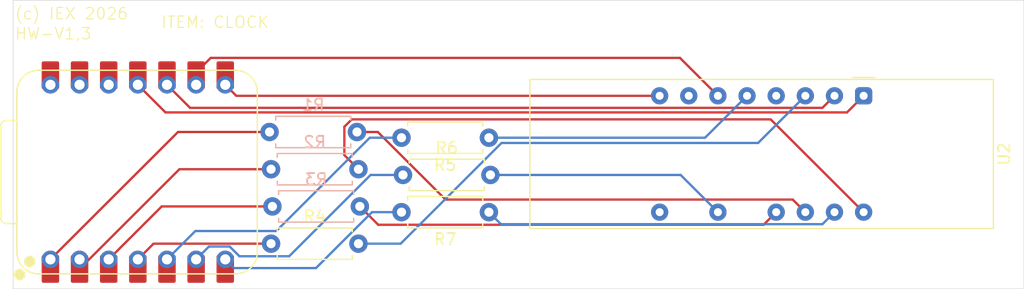
<source format=kicad_pcb>
(kicad_pcb (version 20241229) (generator "pcbnew") (generator_version "9.0")
  (layers (0 "F.Cu" signal) (2 "B.Cu" signal) (13 "F.Paste" user) (15 "B.Paste" user) (5 "F.SilkS" user "F.Silkscreen") (7 "B.SilkS" user "B.Silkscreen") (1 "F.Mask" user) (3 "B.Mask" user) (25 "Edge.Cuts" user))
  (net 0 "")
  (net 1 "Net-(U2-A)")
  (net 2 "Net-(U1-GPIO26{slash}ADC0{slash}A0)")
  (net 3 "Net-(U1-GPIO27{slash}ADC1{slash}A1)")
  (net 4 "Net-(U2-B)")
  (net 5 "Net-(U1-GPIO28{slash}ADC2{slash}A2)")
  (net 6 "Net-(U2-C)")
  (net 7 "Net-(U2-D)")
  (net 8 "Net-(U1-GPIO29{slash}ADC3{slash}A3)")
  (net 9 "Net-(U2-E)")
  (net 10 "Net-(U1-GPIO6{slash}SDA)")
  (net 11 "Net-(U1-GPIO7{slash}SCL)")
  (net 12 "Net-(U2-F)")
  (net 13 "Net-(U1-GPIO0{slash}TX)")
  (net 14 "Net-(U2-G)")
  (net 15 "Net-(U1-GPIO2{slash}SCK)")
  (net 16 "Net-(U1-GPIO3{slash}MOSI)")
  (net 18 "Net-(U1-GPIO4{slash}MISO)")
  (net 21 "Net-(U1-GPIO1{slash}RX)")
  (footprint "opl:XIAO-RP2040-DIP" (layer "F.Cu") (at 92.7685 115 90)
    (property "Reference" "U1" (hide yes))
    (property "Value" "XIAO-RP2040-DIP")
    (fp_line (start -3.991272 -11.951) (end 4.004 -11.951) (stroke (width 0.127)) (layer "F.SilkS"))
    (fp_line (start 4.504 -11.451) (end 4.504 -10.541) (stroke (width 0.127)) (layer "F.SilkS"))
    (fp_line (start 6.985 -10.541) (end -6.985 -10.541) (stroke (width 0.1)) (layer "F.SilkS"))
    (fp_line (start 6.985 -10.541) (end -6.985 -10.541) (stroke (width 0.127)) (layer "F.SilkS"))
    (fp_line (start -4.495 -10.541) (end -4.491272 -11.451272) (stroke (width 0.127)) (layer "F.SilkS"))
    (fp_line (start 8.89 8.509) (end 8.89 -8.636) (stroke (width 0.127)) (layer "F.SilkS"))
    (fp_line (start -8.89 8.509) (end -8.89 -8.636) (stroke (width 0.127)) (layer "F.SilkS"))
    (fp_line (start -6.985 10.414) (end 6.985 10.414) (stroke (width 0.127)) (layer "F.SilkS"))
    (fp_arc (start 4.004 -11.951) (mid 4.357553 -11.804553) (end 4.504 -11.451) (stroke (width 0.127)) (layer "F.SilkS"))
    (fp_arc (start -4.491272 -11.451272) (mid -4.344728 -11.80464) (end -3.991272 -11.951) (stroke (width 0.127)) (layer "F.SilkS"))
    (fp_arc (start 6.985 -10.541) (mid 8.332038 -9.983038) (end 8.89 -8.636) (stroke (width 0.127)) (layer "F.SilkS"))
    (fp_arc (start -8.89 -8.636) (mid -8.332038 -9.983038) (end -6.985 -10.541) (stroke (width 0.127)) (layer "F.SilkS"))
    (fp_arc (start 8.89 8.509) (mid 8.332038 9.856038) (end 6.985 10.414) (stroke (width 0.127)) (layer "F.SilkS"))
    (fp_arc (start -6.985 10.414) (mid -8.332038 9.856038) (end -8.89 8.509) (stroke (width 0.127)) (layer "F.SilkS"))
    (fp_circle (center -8.95 -10.3) (end -8.95 -10.554) (stroke (width 0.5)) (fill yes) (layer "F.SilkS"))
    (fp_circle (center -7.807 -9.42) (end -7.807 -9.674) (stroke (width 0.5)) (fill yes) (layer "F.SilkS"))
    (pad "1" smd roundrect (at -8.455 -7.62 270) (size 2.432 1.524) (layers "F.Cu" "F.Mask") (roundrect_rratio 0.1) (net 2 "Net-(U1-GPIO26{slash}ADC0{slash}A0)"))
    (pad "1" thru_hole circle (at -7.62 -7.62 270) (size 1.524 1.524) (drill 0.889) (layers "*.Cu" "*.Mask") (net 2 "Net-(U1-GPIO26{slash}ADC0{slash}A0)"))
    (pad "2" smd roundrect (at -8.455 -5.08 270) (size 2.432 1.524) (layers "F.Cu" "F.Mask") (roundrect_rratio 0.1) (net 3 "Net-(U1-GPIO27{slash}ADC1{slash}A1)"))
    (pad "2" thru_hole circle (at -7.62 -5.08 270) (size 1.524 1.524) (drill 0.889) (layers "*.Cu" "*.Mask") (net 3 "Net-(U1-GPIO27{slash}ADC1{slash}A1)"))
    (pad "3" smd roundrect (at -8.455 -2.54 270) (size 2.432 1.524) (layers "F.Cu" "F.Mask") (roundrect_rratio 0.1) (net 5 "Net-(U1-GPIO28{slash}ADC2{slash}A2)"))
    (pad "3" thru_hole circle (at -7.62 -2.54 270) (size 1.524 1.524) (drill 0.889) (layers "*.Cu" "*.Mask") (net 5 "Net-(U1-GPIO28{slash}ADC2{slash}A2)"))
    (pad "4" smd roundrect (at -8.455 0 270) (size 2.432 1.524) (layers "F.Cu" "F.Mask") (roundrect_rratio 0.1) (net 8 "Net-(U1-GPIO29{slash}ADC3{slash}A3)"))
    (pad "4" thru_hole circle (at -7.62 0 270) (size 1.524 1.524) (drill 0.889) (layers "*.Cu" "*.Mask") (net 8 "Net-(U1-GPIO29{slash}ADC3{slash}A3)"))
    (pad "5" smd roundrect (at -8.455 2.54 270) (size 2.432 1.524) (layers "F.Cu" "F.Mask") (roundrect_rratio 0.1) (net 10 "Net-(U1-GPIO6{slash}SDA)"))
    (pad "5" thru_hole circle (at -7.62 2.54 270) (size 1.524 1.524) (drill 0.889) (layers "*.Cu" "*.Mask") (net 10 "Net-(U1-GPIO6{slash}SDA)"))
    (pad "6" smd roundrect (at -8.455 5.08 270) (size 2.432 1.524) (layers "F.Cu" "F.Mask") (roundrect_rratio 0.1) (net 11 "Net-(U1-GPIO7{slash}SCL)"))
    (pad "6" thru_hole circle (at -7.62 5.08 270) (size 1.524 1.524) (drill 0.889) (layers "*.Cu" "*.Mask") (net 11 "Net-(U1-GPIO7{slash}SCL)"))
    (pad "7" smd roundrect (at -8.455 7.62 270) (size 2.432 1.524) (layers "F.Cu" "F.Mask") (roundrect_rratio 0.1) (net 13 "Net-(U1-GPIO0{slash}TX)"))
    (pad "7" thru_hole circle (at -7.62 7.62 270) (size 1.524 1.524) (drill 0.889) (layers "*.Cu" "*.Mask") (net 13 "Net-(U1-GPIO0{slash}TX)"))
    (pad "8" thru_hole circle (at 7.62 7.62 90) (size 1.524 1.524) (drill 0.889) (layers "*.Cu" "*.Mask") (net 21 "Net-(U1-GPIO1{slash}RX)"))
    (pad "8" smd roundrect (at 8.455 7.62 90) (size 2.432 1.524) (layers "F.Cu" "F.Mask") (roundrect_rratio 0.1) (net 21 "Net-(U1-GPIO1{slash}RX)"))
    (pad "9" thru_hole circle (at 7.62 5.08 90) (size 1.524 1.524) (drill 0.889) (layers "*.Cu" "*.Mask") (net 15 "Net-(U1-GPIO2{slash}SCK)"))
    (pad "9" smd roundrect (at 8.455 5.08 90) (size 2.432 1.524) (layers "F.Cu" "F.Mask") (roundrect_rratio 0.1) (net 15 "Net-(U1-GPIO2{slash}SCK)"))
    (pad "10" thru_hole circle (at 7.62 2.54 90) (size 1.524 1.524) (drill 0.889) (layers "*.Cu" "*.Mask") (net 18 "Net-(U1-GPIO4{slash}MISO)"))
    (pad "10" smd roundrect (at 8.455 2.54 90) (size 2.432 1.524) (layers "F.Cu" "F.Mask") (roundrect_rratio 0.1) (net 18 "Net-(U1-GPIO4{slash}MISO)"))
    (pad "11" thru_hole circle (at 7.62 0 90) (size 1.524 1.524) (drill 0.889) (layers "*.Cu" "*.Mask") (net 16 "Net-(U1-GPIO3{slash}MOSI)"))
    (pad "11" smd roundrect (at 8.455 0 90) (size 2.432 1.524) (layers "F.Cu" "F.Mask") (roundrect_rratio 0.1) (net 16 "Net-(U1-GPIO3{slash}MOSI)"))
    (pad "12" thru_hole circle (at 7.62 -2.54 90) (size 1.524 1.524) (drill 0.889) (layers "*.Cu" "*.Mask"))
    (pad "12" smd roundrect (at 8.455 -2.54 90) (size 2.432 1.524) (layers "F.Cu" "F.Mask") (roundrect_rratio 0.1))
    (pad "13" thru_hole circle (at 7.62 -5.08 90) (size 1.524 1.524) (drill 0.889) (layers "*.Cu" "*.Mask"))
    (pad "13" smd roundrect (at 8.455 -5.08 90) (size 2.432 1.524) (layers "F.Cu" "F.Mask") (roundrect_rratio 0.1))
    (pad "14" thru_hole circle (at 7.62 -7.62 90) (size 1.524 1.524) (drill 0.889) (layers "*.Cu" "*.Mask"))
    (pad "14" smd roundrect (at 8.455 -7.62 90) (size 2.432 1.524) (layers "F.Cu" "F.Mask") (roundrect_rratio 0.1))
  )
  (footprint "Resistor_THT:R_Axial_DIN0207_L6.3mm_D2.5mm_P7.62mm_Horizontal" (layer "F.Cu") (at 115.88 115.25)
    (property "Reference" "R6" (at 3.81 -2.37 0) (layer "F.SilkS"))
    (property "Value" "")
    (fp_line (start 0.54 -1.37) (end 7.08 -1.37) (stroke (width 0.12)) (layer "F.SilkS"))
    (fp_line (start 0.54 -1.04) (end 0.54 -1.37) (stroke (width 0.12)) (layer "F.SilkS"))
    (fp_line (start 0.54 1.04) (end 0.54 1.37) (stroke (width 0.12)) (layer "F.SilkS"))
    (fp_line (start 0.54 1.37) (end 7.08 1.37) (stroke (width 0.12)) (layer "F.SilkS"))
    (fp_line (start 7.08 -1.37) (end 7.08 -1.04) (stroke (width 0.12)) (layer "F.SilkS"))
    (fp_line (start 7.08 1.37) (end 7.08 1.04) (stroke (width 0.12)) (layer "F.SilkS"))
    (pad "1" thru_hole circle (at 0 0) (size 1.6 1.6) (drill 0.8) (layers "*.Cu" "*.Mask") (net 11 "Net-(U1-GPIO7{slash}SCL)"))
    (pad "2" thru_hole circle (at 7.62 0) (size 1.6 1.6) (drill 0.8) (layers "*.Cu" "*.Mask") (net 12 "Net-(U2-F)"))
  )
  (footprint "Resistor_THT:R_Axial_DIN0207_L6.3mm_D2.5mm_P7.62mm_Horizontal" (layer "F.Cu") (at 123.37 112 180)
    (property "Reference" "R5" (at 3.81 -2.37 0) (layer "F.SilkS"))
    (property "Value" "")
    (fp_line (start 7.08 1.37) (end 7.08 1.04) (stroke (width 0.12)) (layer "F.SilkS"))
    (fp_line (start 7.08 -1.37) (end 7.08 -1.04) (stroke (width 0.12)) (layer "F.SilkS"))
    (fp_line (start 0.54 1.37) (end 7.08 1.37) (stroke (width 0.12)) (layer "F.SilkS"))
    (fp_line (start 0.54 1.04) (end 0.54 1.37) (stroke (width 0.12)) (layer "F.SilkS"))
    (fp_line (start 0.54 -1.04) (end 0.54 -1.37) (stroke (width 0.12)) (layer "F.SilkS"))
    (fp_line (start 0.54 -1.37) (end 7.08 -1.37) (stroke (width 0.12)) (layer "F.SilkS"))
    (pad "1" thru_hole circle (at 0 0 180) (size 1.6 1.6) (drill 0.8) (layers "*.Cu" "*.Mask") (net 9 "Net-(U2-E)"))
    (pad "2" thru_hole circle (at 7.62 0 180) (size 1.6 1.6) (drill 0.8) (layers "*.Cu" "*.Mask") (net 10 "Net-(U1-GPIO6{slash}SDA)"))
  )
  (footprint "Resistor_THT:R_Axial_DIN0207_L6.3mm_D2.5mm_P7.62mm_Horizontal" (layer "F.Cu") (at 104.38 121.25)
    (property "Reference" "R4" (at 3.81 -2.37 0) (layer "F.SilkS"))
    (property "Value" "")
    (fp_line (start 0.54 -1.37) (end 7.08 -1.37) (stroke (width 0.12)) (layer "F.SilkS"))
    (fp_line (start 0.54 -1.04) (end 0.54 -1.37) (stroke (width 0.12)) (layer "F.SilkS"))
    (fp_line (start 0.54 1.04) (end 0.54 1.37) (stroke (width 0.12)) (layer "F.SilkS"))
    (fp_line (start 0.54 1.37) (end 7.08 1.37) (stroke (width 0.12)) (layer "F.SilkS"))
    (fp_line (start 7.08 -1.37) (end 7.08 -1.04) (stroke (width 0.12)) (layer "F.SilkS"))
    (fp_line (start 7.08 1.37) (end 7.08 1.04) (stroke (width 0.12)) (layer "F.SilkS"))
    (pad "1" thru_hole circle (at 0 0) (size 1.6 1.6) (drill 0.8) (layers "*.Cu" "*.Mask") (net 8 "Net-(U1-GPIO29{slash}ADC3{slash}A3)"))
    (pad "2" thru_hole circle (at 7.62 0) (size 1.6 1.6) (drill 0.8) (layers "*.Cu" "*.Mask") (net 7 "Net-(U2-D)"))
  )
  (footprint "Display_7Segment:LTC-4627Jx" (layer "F.Cu") (at 156.03 108.34 -90)
    (property "Reference" "U2" (at 5.08 -12.25 90) (layer "F.SilkS"))
    (property "Value" "LTC-4627JD")
    (fp_line (start -1.43 29.09) (end 11.59 29.09) (stroke (width 0.12)) (layer "F.SilkS"))
    (fp_line (start -1.6 -1) (end -1.6 1) (stroke (width 0.12)) (layer "F.SilkS"))
    (fp_line (start -1.43 -11.31) (end -1.43 29.09) (stroke (width 0.12)) (layer "F.SilkS"))
    (fp_line (start -1.43 -11.31) (end 11.59 -11.31) (stroke (width 0.12)) (layer "F.SilkS"))
    (fp_line (start 11.59 -11.31) (end 11.59 29.09) (stroke (width 0.12)) (layer "F.SilkS"))
    (pad "1" thru_hole roundrect (at 0 0 270) (size 1.5 1.5) (drill 0.7) (layers "*.Cu" "*.Mask") (net 16 "Net-(U1-GPIO3{slash}MOSI)"))
    (pad "2" thru_hole circle (at 0 2.54 270) (size 1.5 1.5) (drill 0.7) (layers "*.Cu" "*.Mask") (net 18 "Net-(U1-GPIO4{slash}MISO)"))
    (pad "3" thru_hole circle (at 0 5.08 270) (size 1.5 1.5) (drill 0.7) (layers "*.Cu" "*.Mask") (net 7 "Net-(U2-D)"))
    (pad "4" thru_hole circle (at 0 7.62 270) (size 1.5 1.5) (drill 0.7) (layers "*.Cu" "*.Mask"))
    (pad "5" thru_hole circle (at 0 10.16 270) (size 1.5 1.5) (drill 0.7) (layers "*.Cu" "*.Mask") (net 9 "Net-(U2-E)"))
    (pad "6" thru_hole circle (at 0 12.7 270) (size 1.5 1.5) (drill 0.7) (layers "*.Cu" "*.Mask") (net 15 "Net-(U1-GPIO2{slash}SCK)"))
    (pad "7" thru_hole circle (at 0 15.24 270) (size 1.5 1.5) (drill 0.7) (layers "*.Cu" "*.Mask"))
    (pad "8" thru_hole circle (at 0 17.78 270) (size 1.5 1.5) (drill 0.7) (layers "*.Cu" "*.Mask") (net 21 "Net-(U1-GPIO1{slash}RX)"))
    (pad "9" thru_hole circle (at 10.16 17.78 270) (size 1.5 1.5) (drill 0.7) (layers "*.Cu" "*.Mask"))
    (pad "11" thru_hole circle (at 10.16 12.7 270) (size 1.5 1.5) (drill 0.7) (layers "*.Cu" "*.Mask") (net 12 "Net-(U2-F)"))
    (pad "13" thru_hole circle (at 10.16 7.62 270) (size 1.5 1.5) (drill 0.7) (layers "*.Cu" "*.Mask") (net 6 "Net-(U2-C)"))
    (pad "14" thru_hole circle (at 10.16 5.08 270) (size 1.5 1.5) (drill 0.7) (layers "*.Cu" "*.Mask") (net 1 "Net-(U2-A)"))
    (pad "15" thru_hole circle (at 10.16 2.54 270) (size 1.5 1.5) (drill 0.7) (layers "*.Cu" "*.Mask") (net 14 "Net-(U2-G)"))
    (pad "16" thru_hole circle (at 10.16 0 270) (size 1.5 1.5) (drill 0.7) (layers "*.Cu" "*.Mask") (net 4 "Net-(U2-B)"))
  )
  (footprint "Resistor_THT:R_Axial_DIN0207_L6.3mm_D2.5mm_P7.62mm_Horizontal" (layer "F.Cu") (at 123.37 118.5 180)
    (property "Reference" "R7" (at 3.81 -2.37 0) (layer "F.SilkS"))
    (property "Value" "")
    (fp_line (start 7.08 1.37) (end 7.08 1.04) (stroke (width 0.12)) (layer "F.SilkS"))
    (fp_line (start 7.08 -1.37) (end 7.08 -1.04) (stroke (width 0.12)) (layer "F.SilkS"))
    (fp_line (start 0.54 1.37) (end 7.08 1.37) (stroke (width 0.12)) (layer "F.SilkS"))
    (fp_line (start 0.54 1.04) (end 0.54 1.37) (stroke (width 0.12)) (layer "F.SilkS"))
    (fp_line (start 0.54 -1.04) (end 0.54 -1.37) (stroke (width 0.12)) (layer "F.SilkS"))
    (fp_line (start 0.54 -1.37) (end 7.08 -1.37) (stroke (width 0.12)) (layer "F.SilkS"))
    (pad "1" thru_hole circle (at 0 0 180) (size 1.6 1.6) (drill 0.8) (layers "*.Cu" "*.Mask") (net 14 "Net-(U2-G)"))
    (pad "2" thru_hole circle (at 7.62 0 180) (size 1.6 1.6) (drill 0.8) (layers "*.Cu" "*.Mask") (net 13 "Net-(U1-GPIO0{slash}TX)"))
  )
  (footprint "Resistor_THT:R_Axial_DIN0207_L6.3mm_D2.5mm_P7.62mm_Horizontal" (layer "B.Cu") (at 111.87 111.5 180)
    (property "Reference" "R1" (at 3.81 2.37 0) (layer "B.SilkS") (effects (justify mirror)))
    (property "Value" "")
    (fp_line (start 7.08 1.37) (end 7.08 1.04) (stroke (width 0.12)) (layer "B.SilkS"))
    (fp_line (start 7.08 -1.37) (end 7.08 -1.04) (stroke (width 0.12)) (layer "B.SilkS"))
    (fp_line (start 0.54 1.37) (end 7.08 1.37) (stroke (width 0.12)) (layer "B.SilkS"))
    (fp_line (start 0.54 1.04) (end 0.54 1.37) (stroke (width 0.12)) (layer "B.SilkS"))
    (fp_line (start 0.54 -1.04) (end 0.54 -1.37) (stroke (width 0.12)) (layer "B.SilkS"))
    (fp_line (start 0.54 -1.37) (end 7.08 -1.37) (stroke (width 0.12)) (layer "B.SilkS"))
    (pad "1" thru_hole circle (at 0 0 180) (size 1.6 1.6) (drill 0.8) (layers "*.Cu" "*.Mask") (net 1 "Net-(U2-A)"))
    (pad "2" thru_hole circle (at 7.62 0 180) (size 1.6 1.6) (drill 0.8) (layers "*.Cu" "*.Mask") (net 2 "Net-(U1-GPIO26{slash}ADC0{slash}A0)"))
  )
  (footprint "Resistor_THT:R_Axial_DIN0207_L6.3mm_D2.5mm_P7.62mm_Horizontal" (layer "B.Cu") (at 112.12 118 180)
    (property "Reference" "R3" (at 3.81 2.37 0) (layer "B.SilkS") (effects (justify mirror)))
    (property "Value" "")
    (fp_line (start 7.08 1.37) (end 7.08 1.04) (stroke (width 0.12)) (layer "B.SilkS"))
    (fp_line (start 7.08 -1.37) (end 7.08 -1.04) (stroke (width 0.12)) (layer "B.SilkS"))
    (fp_line (start 0.54 1.37) (end 7.08 1.37) (stroke (width 0.12)) (layer "B.SilkS"))
    (fp_line (start 0.54 1.04) (end 0.54 1.37) (stroke (width 0.12)) (layer "B.SilkS"))
    (fp_line (start 0.54 -1.04) (end 0.54 -1.37) (stroke (width 0.12)) (layer "B.SilkS"))
    (fp_line (start 0.54 -1.37) (end 7.08 -1.37) (stroke (width 0.12)) (layer "B.SilkS"))
    (pad "1" thru_hole circle (at 0 0 180) (size 1.6 1.6) (drill 0.8) (layers "*.Cu" "*.Mask") (net 6 "Net-(U2-C)"))
    (pad "2" thru_hole circle (at 7.62 0 180) (size 1.6 1.6) (drill 0.8) (layers "*.Cu" "*.Mask") (net 5 "Net-(U1-GPIO28{slash}ADC2{slash}A2)"))
  )
  (footprint "Resistor_THT:R_Axial_DIN0207_L6.3mm_D2.5mm_P7.62mm_Horizontal" (layer "B.Cu") (at 112 114.75 180)
    (property "Reference" "R2" (at 3.81 2.37 0) (layer "B.SilkS") (effects (justify mirror)))
    (property "Value" "")
    (fp_line (start 7.08 1.37) (end 7.08 1.04) (stroke (width 0.12)) (layer "B.SilkS"))
    (fp_line (start 7.08 -1.37) (end 7.08 -1.04) (stroke (width 0.12)) (layer "B.SilkS"))
    (fp_line (start 0.54 1.37) (end 7.08 1.37) (stroke (width 0.12)) (layer "B.SilkS"))
    (fp_line (start 0.54 1.04) (end 0.54 1.37) (stroke (width 0.12)) (layer "B.SilkS"))
    (fp_line (start 0.54 -1.04) (end 0.54 -1.37) (stroke (width 0.12)) (layer "B.SilkS"))
    (fp_line (start 0.54 -1.37) (end 7.08 -1.37) (stroke (width 0.12)) (layer "B.SilkS"))
    (pad "1" thru_hole circle (at 0 0 180) (size 1.6 1.6) (drill 0.8) (layers "*.Cu" "*.Mask") (net 4 "Net-(U2-B)"))
    (pad "2" thru_hole circle (at 7.62 0 180) (size 1.6 1.6) (drill 0.8) (layers "*.Cu" "*.Mask") (net 3 "Net-(U1-GPIO27{slash}ADC1{slash}A1)"))
  )
  (gr_rect (start 81.9 100) (end 170 125.2) (stroke (width 0.05)) (fill no) (layer "Edge.Cuts"))
  (gr_text "ITEM: CLOCK" (at 94.75 102.5 0) (layer "F.SilkS") (effects (font (size 1 1) (thickness 0.1)) (justify left bottom)))
  (gr_text "HW-V1,3" (at 82 103.5 0) (layer "F.SilkS") (effects (font (size 1 1) (thickness 0.1)) (justify left bottom)))
  (gr_text "(c) IEX 2026" (at 82 101.75 0) (layer "F.SilkS") (effects (font (size 1 1) (thickness 0.1)) (justify left bottom)))
  (segment (start 149.849 117.399) (end 150.95 118.5) (width 0.2) (layer "F.Cu") (net 1))
  (segment (start 111.87 111.5) (end 113.68705 111.5) (width 0.2) (layer "F.Cu") (net 1))
  (segment (start 119.58605 117.399) (end 149.849 117.399) (width 0.2) (layer "F.Cu") (net 1))
  (segment (start 113.68705 111.5) (end 119.58605 117.399) (width 0.2) (layer "F.Cu") (net 1))
  (segment (start 96.2685 111.5) (end 85.1485 122.62) (width 0.2) (layer "F.Cu") (net 2))
  (segment (start 104.25 111.5) (end 96.2685 111.5) (width 0.2) (layer "F.Cu") (net 2))
  (segment (start 96.3935 114.75) (end 104.38 114.75) (width 0.2) (layer "F.Cu") (net 3))
  (segment (start 87.6885 123.455) (end 96.3935 114.75) (width 0.2) (layer "F.Cu") (net 3))
  (segment (start 112 114.75) (end 110.769 113.519) (width 0.2) (layer "F.Cu") (net 4))
  (segment (start 110.769 113.519) (end 110.769 111.04395) (width 0.2) (layer "F.Cu") (net 4))
  (segment (start 110.769 111.04395) (end 111.41395 110.399) (width 0.2) (layer "F.Cu") (net 4))
  (segment (start 111.41395 110.399) (end 147.929 110.399) (width 0.2) (layer "F.Cu") (net 4))
  (segment (start 147.929 110.399) (end 156.03 118.5) (width 0.2) (layer "F.Cu") (net 4))
  (segment (start 90.2285 122.62) (end 94.8485 118) (width 0.2) (layer "F.Cu") (net 5))
  (segment (start 94.8485 118) (end 104.5 118) (width 0.2) (layer "F.Cu") (net 5))
  (segment (start 112.12 118) (end 113.721 119.601) (width 0.2) (layer "F.Cu") (net 6))
  (segment (start 113.721 119.601) (end 147.309 119.601) (width 0.2) (layer "F.Cu") (net 6))
  (segment (start 147.309 119.601) (end 148.41 118.5) (width 0.2) (layer "F.Cu") (net 6))
  (segment (start 146.83395 112.45605) (end 150.95 108.34) (width 0.2) (layer "B.Cu") (net 7))
  (segment (start 112 121.25) (end 115.67705 121.25) (width 0.2) (layer "B.Cu") (net 7))
  (segment (start 124.471 112.45605) (end 146.83395 112.45605) (width 0.2) (layer "B.Cu") (net 7))
  (segment (start 115.67705 121.25) (end 124.471 112.45605) (width 0.2) (layer "B.Cu") (net 7))
  (segment (start 104.38 121.25) (end 94.1385 121.25) (width 0.2) (layer "F.Cu") (net 8))
  (segment (start 94.1385 121.25) (end 92.7685 122.62) (width 0.2) (layer "F.Cu") (net 8))
  (segment (start 123.37 112) (end 142.21 112) (width 0.2) (layer "B.Cu") (net 9))
  (segment (start 142.21 112) (end 145.87 108.34) (width 0.2) (layer "B.Cu") (net 9))
  (segment (start 112.98505 112) (end 104.83605 120.149) (width 0.2) (layer "B.Cu") (net 10))
  (segment (start 115.75 112) (end 112.98505 112) (width 0.2) (layer "B.Cu") (net 10))
  (segment (start 97.7795 120.149) (end 95.3085 122.62) (width 0.2) (layer "B.Cu") (net 10))
  (segment (start 104.83605 120.149) (end 97.7795 120.149) (width 0.2) (layer "B.Cu") (net 10))
  (segment (start 98.9685 121.5) (end 97.8485 122.62) (width 0.2) (layer "B.Cu") (net 11))
  (segment (start 115.88 115.25) (end 113.05705 115.25) (width 0.2) (layer "B.Cu") (net 11))
  (segment (start 113.05705 115.25) (end 105.95605 122.351) (width 0.2) (layer "B.Cu") (net 11))
  (segment (start 100.77181 121.5) (end 98.9685 121.5) (width 0.2) (layer "B.Cu") (net 11))
  (segment (start 105.95605 122.351) (end 101.62281 122.351) (width 0.2) (layer "B.Cu") (net 11))
  (segment (start 101.62281 122.351) (end 100.77181 121.5) (width 0.2) (layer "B.Cu") (net 11))
  (segment (start 123.5 115.25) (end 140.08 115.25) (width 0.2) (layer "B.Cu") (net 12))
  (segment (start 140.08 115.25) (end 143.33 118.5) (width 0.2) (layer "B.Cu") (net 12))
  (segment (start 115.75 118.5) (end 113.17705 118.5) (width 0.2) (layer "B.Cu") (net 13))
  (segment (start 113.17705 118.5) (end 108.295051 123.381999) (width 0.2) (layer "B.Cu") (net 13))
  (segment (start 101.150499 123.381999) (end 100.3885 122.62) (width 0.2) (layer "B.Cu") (net 13))
  (segment (start 108.295051 123.381999) (end 101.150499 123.381999) (width 0.2) (layer "B.Cu") (net 13))
  (segment (start 123.37 118.5) (end 124.421 119.551) (width 0.2) (layer "B.Cu") (net 14))
  (segment (start 124.421 119.551) (end 152.439 119.551) (width 0.2) (layer "B.Cu") (net 14))
  (segment (start 152.439 119.551) (end 153.49 118.5) (width 0.2) (layer "B.Cu") (net 14))
  (segment (start 97.8485 107.38) (end 97.8485 106.30237) (width 0.2) (layer "F.Cu") (net 15))
  (segment (start 140.018 105.028) (end 143.33 108.34) (width 0.2) (layer "F.Cu") (net 15))
  (segment (start 99.12287 105.028) (end 140.018 105.028) (width 0.2) (layer "F.Cu") (net 15))
  (segment (start 97.8485 106.30237) (end 99.12287 105.028) (width 0.2) (layer "F.Cu") (net 15))
  (segment (start 92.7685 107.38) (end 95.1805 109.792) (width 0.2) (layer "F.Cu") (net 16))
  (segment (start 154.578 109.792) (end 156.03 108.34) (width 0.2) (layer "F.Cu") (net 16))
  (segment (start 95.1805 109.792) (end 154.578 109.792) (width 0.2) (layer "F.Cu") (net 16))
  (segment (start 97.3195 109.391) (end 152.439 109.391) (width 0.2) (layer "F.Cu") (net 18))
  (segment (start 95.3085 107.38) (end 97.3195 109.391) (width 0.2) (layer "F.Cu") (net 18))
  (segment (start 152.439 109.391) (end 153.49 108.34) (width 0.2) (layer "F.Cu") (net 18))
  (segment (start 138.25 108.34) (end 101.3485 108.34) (width 0.2) (layer "F.Cu") (net 21))
  (segment (start 101.3485 108.34) (end 100.3885 107.38) (width 0.2) (layer "F.Cu") (net 21))
)
</source>
